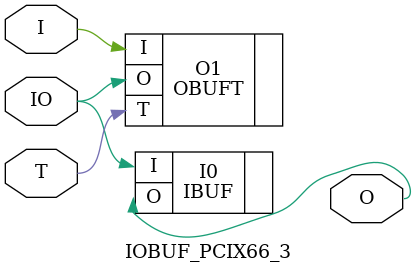
<source format=v>


`timescale  1 ps / 1 ps


module IOBUF_PCIX66_3 (O, IO, I, T);

    output O;

    inout  IO;

    input  I, T;

        OBUFT #(.IOSTANDARD("PCIX66_3") ) O1 (.O(IO), .I(I), .T(T)); 
	IBUF #(.IOSTANDARD("PCIX66_3"))  I0 (.O(O), .I(IO));
        

endmodule



</source>
